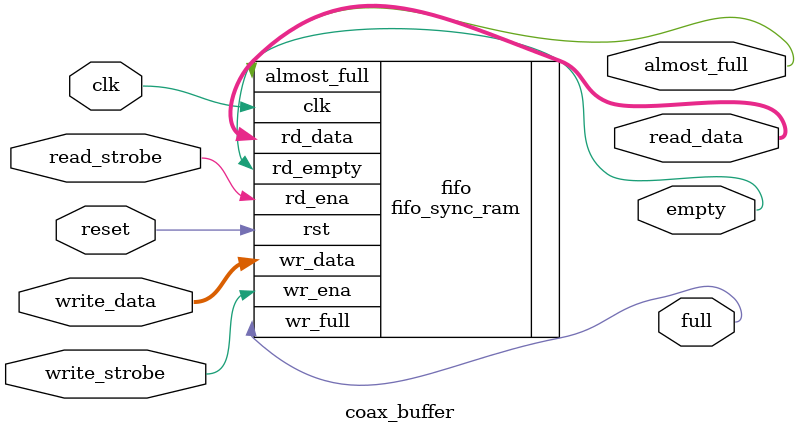
<source format=v>

`default_nettype none

module coax_buffer (
    input clk,
    input reset,
    input [9:0] write_data,
    input write_strobe,
    output [9:0] read_data,
    input read_strobe,
    output empty,
    output almost_full,
    output full
);
    parameter DEPTH = 256;
    parameter ALMOST_FULL_THRESHOLD = 192;

    fifo_sync_ram #(
        .DEPTH(DEPTH),
        .WIDTH(10),
        .ALMOST_FULL_THRESHOLD(ALMOST_FULL_THRESHOLD)
    ) fifo (
        .wr_data(write_data),
        .wr_ena(write_strobe),
        .wr_full(full),
        .rd_data(read_data),
        .rd_ena(read_strobe),
        .rd_empty(empty),
        .clk(clk),
        .rst(reset),
        .almost_full(almost_full)
    );
endmodule

</source>
